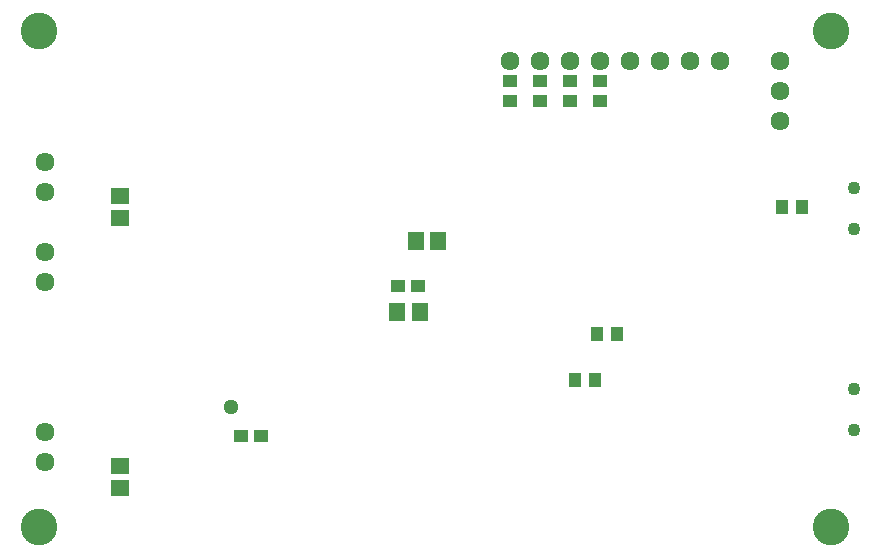
<source format=gbs>
G75*
G70*
%OFA0B0*%
%FSLAX24Y24*%
%IPPOS*%
%LPD*%
%AMOC8*
5,1,8,0,0,1.08239X$1,22.5*
%
%ADD10C,0.1221*%
%ADD11R,0.0473X0.0434*%
%ADD12R,0.0552X0.0631*%
%ADD13R,0.0434X0.0473*%
%ADD14C,0.0434*%
%ADD15C,0.0634*%
%ADD16C,0.0276*%
%ADD17C,0.0512*%
%ADD18R,0.0631X0.0552*%
D10*
X001675Y001675D03*
X001675Y018210D03*
X028053Y018210D03*
X028053Y001675D03*
D11*
X014310Y009725D03*
X013640Y009725D03*
X009060Y004725D03*
X008390Y004725D03*
X017350Y015890D03*
X017350Y016560D03*
X018350Y016560D03*
X018350Y015890D03*
X019350Y015890D03*
X019350Y016560D03*
X020350Y016560D03*
X020350Y015890D03*
D12*
X014974Y011225D03*
X014226Y011225D03*
X014349Y008850D03*
X013601Y008850D03*
D13*
X019515Y006600D03*
X020185Y006600D03*
X020255Y008122D03*
X020924Y008122D03*
X026436Y012360D03*
X027105Y012360D03*
D14*
X028840Y012994D03*
X028840Y011616D03*
X028840Y006301D03*
X028840Y004923D03*
D15*
X026350Y015225D03*
X026350Y016225D03*
X026350Y017225D03*
X024350Y017225D03*
X023350Y017225D03*
X022350Y017225D03*
X021350Y017225D03*
X020350Y017225D03*
X019350Y017225D03*
X018350Y017225D03*
X017350Y017225D03*
X001850Y013850D03*
X001850Y012850D03*
X001850Y010850D03*
X001850Y009850D03*
X001850Y004850D03*
X001850Y003850D03*
D16*
X007983Y005677D03*
X008081Y005775D03*
D17*
X008081Y005677D03*
D18*
X004350Y003724D03*
X004350Y002976D03*
X004350Y011976D03*
X004350Y012724D03*
M02*

</source>
